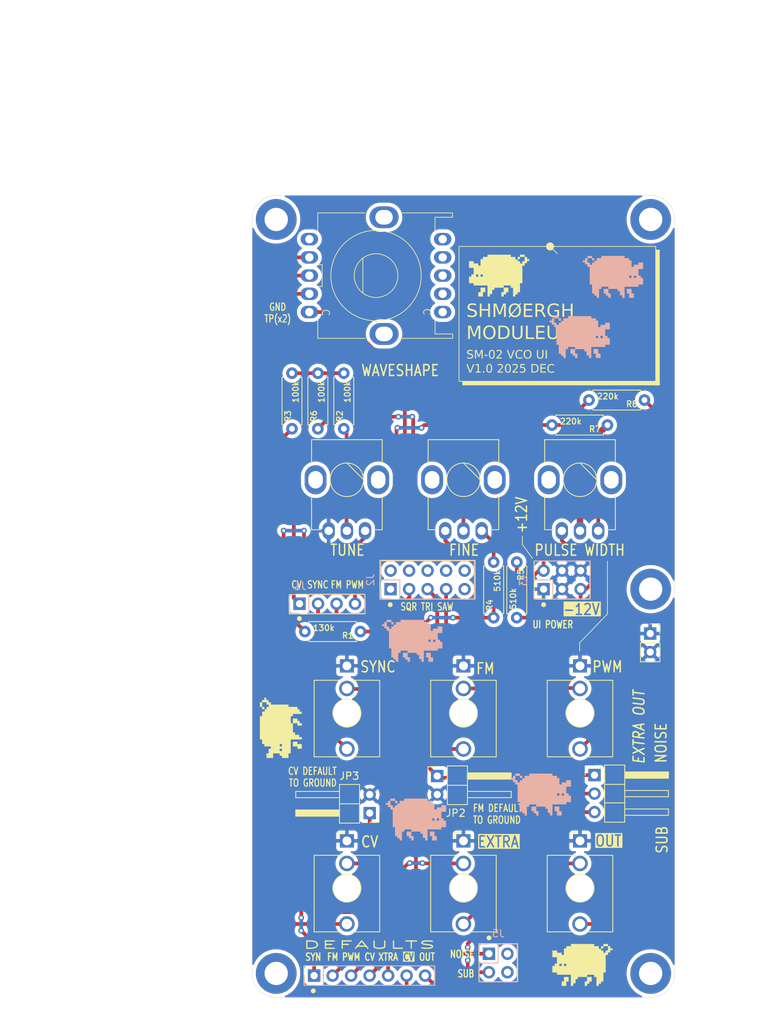
<source format=kicad_pcb>
(kicad_pcb (version 20241229) (generator "pcbnew") (generator_version "9.0")
  (layers (0 "F.Cu" signal) (2 "B.Cu" signal) (13 "F.Paste" user) (15 "B.Paste" user) (5 "F.SilkS" user "F.Silkscreen") (7 "B.SilkS" user "B.Silkscreen") (1 "F.Mask" user) (3 "B.Mask" user) (25 "Edge.Cuts" user))
  (net 0 "")
  (net 1 "HARD_SYNC")
  (net 2 "FM")
  (net 3 "CV")
  (net 4 "SQR_SHAPE")
  (net 7 "TRI")
  (net 9 "SAW")
  (net 11 "SQR")
  (net 12 "+12V")
  (net 13 "GND")
  (net 14 "-12V")
  (net 15 "NOISE")
  (net 16 "SUB")
  (net 17 "Net-(JP1-C)")
  (net 18 "CV_INPUT")
  (net 19 "EXTRA_DEFAULT")
  (net 20 "OUT_DEFAULT")
  (net 21 "Net-(J_OUT1-PadT)")
  (net 22 "Net-(J_PWM1-PadT)")
  (net 23 "Net-(R1-Pad2)")
  (net 24 "Net-(R2-Pad1)")
  (net 25 "Net-(R4-Pad2)")
  (net 26 "Net-(R5-Pad1)")
  (net 27 "Net-(R6-Pad1)")
  (net 28 "Net-(R7-Pad1)")
  (net 35 "FM_DEFAULT")
  (net 36 "SYNC_DEFAULT")
  (net 37 "PWM_DEFAULT")
  (net 38 "CV_DEFAULT")
  (footprint "Shmoergh_Custom_Footprints:SR1712-0203" (layer "F.Cu") (at 141 55 -90)
    (property "Reference" "U1")
    (property "Value" "0203")
    (fp_text user "C" (at 4.5 7.5 270) (layer "F.SilkS") (effects (font (thickness 0.1)) (justify left bottom)))
    (fp_text user "C" (at 4.4 -6.4 270) (layer "F.SilkS") (effects (font (thickness 0.1)) (justify left bottom)))
    (pad "" thru_hole oval (at -8 -1.1 90) (size 3 4) (drill oval 2 2.4) (layers "*.Cu" "*.Mask"))
    (pad "" thru_hole oval (at 8 -1.1 90) (size 3 4) (drill oval 2 2.4) (layers "*.Cu" "*.Mask"))
    (pad "1" thru_hole oval (at 5 9.15 90) (size 1.7 2.4) (drill 1.15) (layers "*.Cu" "*.Mask") (net 21 "Net-(J_OUT1-PadT)"))
    (pad "2" thru_hole oval (at 2.5 9.15 90) (size 1.7 2.4) (drill 1.15) (layers "*.Cu" "*.Mask") (net 7 "TRI"))
    (pad "3" thru_hole oval (at 0 9.15 90) (size 1.7 2.4) (drill 1.15) (layers "*.Cu" "*.Mask") (net 9 "SAW"))
    (pad "4" thru_hole oval (at -2.5 9.15 90) (size 1.7 2.4) (drill 1.15) (layers "*.Cu" "*.Mask") (net 11 "SQR"))
    (pad "5" thru_hole oval (at -5 9.15 90) (size 1.7 2.4) (drill 1.15) (layers "*.Cu" "*.Mask"))
    (pad "6" thru_hole oval (at -5 -9.15 90) (size 1.7 2.4) (drill 1.15) (layers "*.Cu" "*.Mask"))
    (pad "7" thru_hole oval (at -2.5 -9.15 90) (size 1.7 2.4) (drill 1.15) (layers "*.Cu" "*.Mask"))
    (pad "8" thru_hole oval (at 0 -9.15 90) (size 1.7 2.4) (drill 1.15) (layers "*.Cu" "*.Mask"))
    (pad "9" thru_hole oval (at 2.5 -9.15 90) (size 1.7 2.4) (drill 1.15) (layers "*.Cu" "*.Mask"))
    (pad "10" thru_hole oval (at 5 -9.15 90) (size 1.7 2.4) (drill 1.15) (layers "*.Cu" "*.Mask"))
  )
  (footprint "Connector_PinHeader_2.54mm:PinHeader_1x02_P2.54mm_Horizontal" (layer "F.Cu") (at 140.129 128.709 180)
    (property "Reference" "JP3" (at 2.794 5.08 0) (layer "F.SilkS"))
    (property "Value" "Jumper_2_Open")
    (pad "1" thru_hole rect (at 0 0 180) (size 1.7 1.7) (drill 1) (layers "*.Cu" "*.Mask") (net 38 "CV_DEFAULT"))
    (pad "2" thru_hole circle (at 0 2.54 180) (size 1.7 1.7) (drill 1) (layers "*.Cu" "*.Mask") (net 13 "GND"))
  )
  (footprint "Shmoergh_Custom_Footprints:Jack_3.5mm_QingPu_WQP-PJ398SM_Vertical_CircularHoles" (layer "F.Cu") (at 153 115)
    (property "Reference" "J_FM1")
    (property "Value" "PJ398SM")
    (pad "" np_thru_hole circle (at 0 0) (size 3.4 3.4) (drill 3.4) (layers "*.Cu" "*.Mask"))
    (pad "S" thru_hole rect (at 0 -6.48 180) (size 1.93 1.83) (drill 1.22) (layers "*.Cu" "*.Mask") (net 13 "GND"))
    (pad "T" thru_hole circle (at 0 4.92 180) (size 2.13 2.13) (drill 1.43) (layers "*.Cu" "*.Mask") (net 2 "FM"))
    (pad "TN" thru_hole circle (at 0 -3.38 180) (size 2.13 2.13) (drill 1.42) (layers "*.Cu" "*.Mask") (net 35 "FM_DEFAULT"))
  )
  (footprint "Connector_PinHeader_2.54mm:PinHeader_1x02_P2.54mm_Horizontal" (layer "F.Cu") (at 149.4 123.629)
    (property "Reference" "JP2" (at 2.54 5.08 0) (layer "F.SilkS"))
    (property "Value" "Jumper_2_Open")
    (pad "1" thru_hole rect (at 0 0) (size 1.7 1.7) (drill 1) (layers "*.Cu" "*.Mask") (net 35 "FM_DEFAULT"))
    (pad "2" thru_hole circle (at 0 2.54) (size 1.7 1.7) (drill 1) (layers "*.Cu" "*.Mask") (net 13 "GND"))
  )
  (footprint "Connector_PinSocket_2.54mm:PinSocket_1x02_P2.54mm_Vertical" (layer "F.Cu") (at 178.635 104.091)
    (property "Reference" "J4")
    (property "Value" "Conn_01x02")
    (pad "1" thru_hole rect (at 0 0) (size 1.7 1.7) (drill 1) (layers "*.Cu" "*.Mask") (net 13 "GND"))
    (pad "2" thru_hole circle (at 0 2.54) (size 1.7 1.7) (drill 1) (layers "*.Cu" "*.Mask") (net 13 "GND"))
  )
  (footprint "Shmoergh_Custom_Footprints:Jack_3.5mm_QingPu_WQP-PJ398SM_Vertical_CircularHoles" (layer "F.Cu") (at 153 139)
    (property "Reference" "J_EXTRA_OUT1")
    (property "Value" "PJ398SM")
    (pad "" np_thru_hole circle (at 0 0) (size 3.4 3.4) (drill 3.4) (layers "*.Cu" "*.Mask"))
    (pad "S" thru_hole rect (at 0 -6.48 180) (size 1.93 1.83) (drill 1.22) (layers "*.Cu" "*.Mask") (net 13 "GND"))
    (pad "T" thru_hole circle (at 0 4.92 180) (size 2.13 2.13) (drill 1.43) (layers "*.Cu" "*.Mask") (net 17 "Net-(JP1-C)"))
    (pad "TN" thru_hole circle (at 0 -3.38 180) (size 2.13 2.13) (drill 1.42) (layers "*.Cu" "*.Mask") (net 19 "EXTRA_DEFAULT"))
  )
  (footprint "MountingHole:MountingHole_3.2mm_M3_DIN965_Pad" (layer "F.Cu") (at 178.7 47.3)
    (property "Reference" "H2")
    (property "Value" "MountingHole")
    (pad "1" thru_hole circle (at 0 0) (size 5.6 5.6) (drill 3.2) (layers "*.Cu" "*.Mask"))
  )
  (footprint "Shmoergh_Custom_Footprints:Jack_3.5mm_QingPu_WQP-PJ398SM_Vertical_CircularHoles" (layer "F.Cu") (at 137 139)
    (property "Reference" "J_CV1")
    (property "Value" "PJ398SM")
    (pad "" np_thru_hole circle (at 0 0) (size 3.4 3.4) (drill 3.4) (layers "*.Cu" "*.Mask"))
    (pad "S" thru_hole rect (at 0 -6.48 180) (size 1.93 1.83) (drill 1.22) (layers "*.Cu" "*.Mask") (net 13 "GND"))
    (pad "T" thru_hole circle (at 0 4.92 180) (size 2.13 2.13) (drill 1.43) (layers "*.Cu" "*.Mask") (net 18 "CV_INPUT"))
    (pad "TN" thru_hole circle (at 0 -3.38 180) (size 2.13 2.13) (drill 1.42) (layers "*.Cu" "*.Mask") (net 38 "CV_DEFAULT"))
  )
  (footprint "MountingHole:MountingHole_3.2mm_M3_DIN965_Pad" (layer "F.Cu") (at 178.7 150.7)
    (property "Reference" "H3")
    (property "Value" "MountingHole")
    (pad "1" thru_hole circle (at 0 0) (size 5.6 5.6) (drill 3.2) (layers "*.Cu" "*.Mask"))
  )
  (footprint "Shmoergh_Custom_Footprints:Jack_3.5mm_QingPu_WQP-PJ398SM_Vertical_CircularHoles" (layer "F.Cu") (at 169 115)
    (property "Reference" "J_PWM1")
    (property "Value" "PJ398SM")
    (pad "" np_thru_hole circle (at 0 0) (size 3.4 3.4) (drill 3.4) (layers "*.Cu" "*.Mask"))
    (pad "S" thru_hole rect (at 0 -6.48 180) (size 1.93 1.83) (drill 1.22) (layers "*.Cu" "*.Mask") (net 13 "GND"))
    (pad "T" thru_hole circle (at 0 4.92 180) (size 2.13 2.13) (drill 1.43) (layers "*.Cu" "*.Mask") (net 22 "Net-(J_PWM1-PadT)"))
    (pad "TN" thru_hole circle (at 0 -3.38 180) (size 2.13 2.13) (drill 1.42) (layers "*.Cu" "*.Mask") (net 37 "PWM_DEFAULT"))
  )
  (footprint "Shmoergh_Custom_Footprints:R_Axial_DIN0207_L6.3mm_D2.5mm_P7.62mm_Horizontal" (layer "F.Cu") (at 136.573 76.004 90)
    (property "Reference" "R2" (at 0.85 -0.55 90) (layer "F.SilkS") (effects (font (size 0.8 0.8)) (justify left)))
    (property "Value" "100k" (at 6.6 0.5 90) (layer "F.SilkS") (effects (font (size 0.8 0.8)) (justify right)))
    (pad "1" thru_hole circle (at 0 0 90) (size 1.6 1.6) (drill 0.8) (layers "*.Cu" "*.Mask") (net 24 "Net-(R2-Pad1)"))
    (pad "2" thru_hole oval (at 7.62 0 90) (size 1.6 1.6) (drill 0.8) (layers "*.Cu" "*.Mask") (net 3 "CV"))
  )
  (footprint "Shmoergh_Logo:Gyeszno" (layer "F.Cu") (at 169.339 149.537)
    (property "Reference" "G***" (hide yes))
    (property "Value" "LOGO" (hide yes))
  )
  (footprint "Shmoergh_Custom_Footprints:Jack_3.5mm_QingPu_WQP-PJ398SM_Vertical_CircularHoles" (layer "F.Cu") (at 169 139)
    (property "Reference" "J_OUT1")
    (property "Value" "PJ398SM")
    (pad "" np_thru_hole circle (at 0 0) (size 3.4 3.4) (drill 3.4) (layers "*.Cu" "*.Mask"))
    (pad "S" thru_hole rect (at 0 -6.48 180) (size 1.93 1.83) (drill 1.22) (layers "*.Cu" "*.Mask") (net 13 "GND"))
    (pad "T" thru_hole circle (at 0 4.92 180) (size 2.13 2.13) (drill 1.43) (layers "*.Cu" "*.Mask") (net 21 "Net-(J_OUT1-PadT)"))
    (pad "TN" thru_hole circle (at 0 -3.38 180) (size 2.13 2.13) (drill 1.42) (layers "*.Cu" "*.Mask") (net 20 "OUT_DEFAULT"))
  )
  (footprint "MountingHole:MountingHole_3.2mm_M3_DIN965_Pad" (layer "F.Cu") (at 127.3 47.3)
    (property "Reference" "H1")
    (property "Value" "MountingHole")
    (pad "1" thru_hole circle (at 0 0) (size 5.6 5.6) (drill 3.2) (layers "*.Cu" "*.Mask"))
  )
  (footprint "MountingHole:MountingHole_3.2mm_M3_DIN965_Pad" (layer "F.Cu") (at 127.3 150.7)
    (property "Reference" "H4")
    (property "Value" "MountingHole")
    (pad "1" thru_hole circle (at 0 0) (size 5.6 5.6) (drill 3.2) (layers "*.Cu" "*.Mask"))
  )
  (footprint "Shmoergh_Custom_Footprints:R_Axial_DIN0207_L6.3mm_D2.5mm_P7.62mm_Horizontal" (layer "F.Cu") (at 160.322 94.292 -90)
    (property "Reference" "R5" (at 0.85 -0.55 90) (layer "F.SilkS") (effects (font (size 0.8 0.8)) (justify right)))
    (property "Value" "510k" (at 6.6 0.5 90) (layer "F.SilkS") (effects (font (size 0.8 0.8)) (justify left)))
    (pad "1" thru_hole circle (at 0 0 270) (size 1.6 1.6) (drill 0.8) (layers "*.Cu" "*.Mask") (net 26 "Net-(R5-Pad1)"))
    (pad "2" thru_hole oval (at 7.62 0 270) (size 1.6 1.6) (drill 0.8) (layers "*.Cu" "*.Mask") (net 14 "-12V"))
  )
  (footprint "Shmoergh_Logo:Gyeszno" (layer "F.Cu") (at 157.894 55)
    (property "Reference" "G***" (hide yes))
    (property "Value" "LOGO" (hide yes))
  )
  (footprint "Shmoergh_Custom_Footprints:Potentiometer_Bourns_Single-PTV09A" (layer "F.Cu") (at 169 83)
    (property "Reference" "RV_PWM1")
    (property "Value" "100k")
    (pad "" thru_hole oval (at -4.3 0 180) (size 3 4) (drill oval 2 2.4) (layers "*.Cu" "*.Mask"))
    (pad "" thru_hole oval (at 4.3 0 180) (size 3 4) (drill oval 2 2.4) (layers "*.Cu" "*.Mask"))
    (pad "1" thru_hole oval (at -2.5 7 180) (size 1.7 2.4) (drill 1.15) (layers "*.Cu" "*.Mask") (net 14 "-12V"))
    (pad "2" thru_hole oval (at 0 7 180) (size 1.7 2.4) (drill 1.15) (layers "*.Cu" "*.Mask") (net 28 "Net-(R7-Pad1)"))
    (pad "3" thru_hole oval (at 2.5 7 180) (size 1.7 2.4) (drill 1.15) (layers "*.Cu" "*.Mask") (net 12 "+12V"))
  )
  (footprint "Shmoergh_Custom_Footprints:R_Axial_DIN0207_L6.3mm_D2.5mm_P7.62mm_Horizontal" (layer "F.Cu") (at 133.017 76.004 90)
    (property "Reference" "R6" (at 0.85 -0.55 90) (layer "F.SilkS") (effects (font (size 0.8 0.8)) (justify left)))
    (property "Value" "100k" (at 6.6 0.5 90) (layer "F.SilkS") (effects (font (size 0.8 0.8)) (justify right)))
    (pad "1" thru_hole circle (at 0 0 90) (size 1.6 1.6) (drill 0.8) (layers "*.Cu" "*.Mask") (net 27 "Net-(R6-Pad1)"))
    (pad "2" thru_hole oval (at 7.62 0 90) (size 1.6 1.6) (drill 0.8) (layers "*.Cu" "*.Mask") (net 3 "CV"))
  )
  (footprint "Shmoergh_Custom_Footprints:Potentiometer_Bourns_Single-PTV09A" (layer "F.Cu") (at 137 83)
    (property "Reference" "RV_TUNE1")
    (property "Value" "100k")
    (pad "" thru_hole oval (at -4.3 0 180) (size 3 4) (drill oval 2 2.4) (layers "*.Cu" "*.Mask"))
    (pad "" thru_hole oval (at 4.3 0 180) (size 3 4) (drill oval 2 2.4) (layers "*.Cu" "*.Mask"))
    (pad "1" thru_hole oval (at -2.5 7 180) (size 1.7 2.4) (drill 1.15) (layers "*.Cu" "*.Mask") (net 13 "GND"))
    (pad "2" thru_hole oval (at 0 7 180) (size 1.7 2.4) (drill 1.15) (layers "*.Cu" "*.Mask") (net 24 "Net-(R2-Pad1)"))
    (pad "3" thru_hole oval (at 2.5 7 180) (size 1.7 2.4) (drill 1.15) (layers "*.Cu" "*.Mask") (net 23 "Net-(R1-Pad2)"))
  )
  (footprint "Shmoergh_Custom_Footprints:R_Axial_DIN0207_L6.3mm_D2.5mm_P7.62mm_Horizontal" (layer "F.Cu") (at 129.461 76.004 90)
    (property "Reference" "R3" (at 0.85 -0.55 90) (layer "F.SilkS") (effects (font (size 0.8 0.8)) (justify left)))
    (property "Value" "100k" (at 6.6 0.5 90) (layer "F.SilkS") (effects (font (size 0.8 0.8)) (justify right)))
    (pad "1" thru_hole circle (at 0 0 90) (size 1.6 1.6) (drill 0.8) (layers "*.Cu" "*.Mask") (net 18 "CV_INPUT"))
    (pad "2" thru_hole oval (at 7.62 0 90) (size 1.6 1.6) (drill 0.8) (layers "*.Cu" "*.Mask") (net 3 "CV"))
  )
  (footprint "Shmoergh_Custom_Footprints:Potentiometer_Bourns_Single-PTV09A" (layer "F.Cu") (at 153 83)
    (property "Reference" "RV_FINE1")
    (property "Value" "100k")
    (pad "" thru_hole oval (at -4.3 0 180) (size 3 4) (drill oval 2 2.4) (layers "*.Cu" "*.Mask"))
    (pad "" thru_hole oval (at 4.3 0 180) (size 3 4) (drill oval 2 2.4) (layers "*.Cu" "*.Mask"))
    (pad "1" thru_hole oval (at -2.5 7 180) (size 1.7 2.4) (drill 1.15) (layers "*.Cu" "*.Mask") (net 26 "Net-(R5-Pad1)"))
    (pad "2" thru_hole oval (at 0 7 180) (size 1.7 2.4) (drill 1.15) (layers "*.Cu" "*.Mask") (net 27 "Net-(R6-Pad1)"))
    (pad "3" thru_hole oval (at 2.5 7 180) (size 1.7 2.4) (drill 1.15) (layers "*.Cu" "*.Mask") (net 25 "Net-(R4-Pad2)"))
  )
  (footprint "Shmoergh_Custom_Footprints:R_Axial_DIN0207_L6.3mm_D2.5mm_P7.62mm_Horizontal" (layer "F.Cu") (at 138.859 103.817 180)
    (property "Reference" "R1" (at 0.85 -0.55 0) (layer "F.SilkS") (effects (font (size 0.8 0.8)) (justify right)))
    (property "Value" "130k" (at 6.6 0.5 0) (layer "F.SilkS") (effects (font (size 0.8 0.8)) (justify left)))
    (pad "1" thru_hole circle (at 0 0 180) (size 1.6 1.6) (drill 0.8) (layers "*.Cu" "*.Mask") (net 12 "+12V"))
    (pad "2" thru_hole oval (at 7.62 0 180) (size 1.6 1.6) (drill 0.8) (layers "*.Cu" "*.Mask") (net 23 "Net-(R1-Pad2)"))
  )
  (footprint "Shmoergh_Custom_Footprints:R_Axial_DIN0207_L6.3mm_D2.5mm_P7.62mm_Horizontal" (layer "F.Cu") (at 172.768 75.496 180)
    (property "Reference" "R7" (at 0.85 -0.55 0) (layer "F.SilkS") (effects (font (size 0.8 0.8)) (justify right)))
    (property "Value" "220k" (at 6.6 0.5 0) (layer "F.SilkS") (effects (font (size 0.8 0.8)) (justify left)))
    (pad "1" thru_hole circle (at 0 0 180) (size 1.6 1.6) (drill 0.8) (layers "*.Cu" "*.Mask") (net 28 "Net-(R7-Pad1)"))
    (pad "2" thru_hole oval (at 7.62 0 180) (size 1.6 1.6) (drill 0.8) (layers "*.Cu" "*.Mask") (net 4 "SQR_SHAPE"))
  )
  (footprint "MountingHole:MountingHole_3.2mm_M3_DIN965_Pad" (layer "F.Cu") (at 178.7 98)
    (property "Reference" "H5")
    (property "Value" "MountingHole")
    (pad "1" thru_hole circle (at 0 0) (size 5.6 5.6) (drill 3.2) (layers "*.Cu" "*.Mask"))
  )
  (footprint "Shmoergh_Custom_Footprints:R_Axial_DIN0207_L6.3mm_D2.5mm_P7.62mm_Horizontal" (layer "F.Cu") (at 157.147 101.912 90)
    (property "Reference" "R4" (at 0.85 -0.55 90) (layer "F.SilkS") (effects (font (size 0.8 0.8)) (justify left)))
    (property "Value" "510k" (at 6.6 0.5 90) (layer "F.SilkS") (effects (font (size 0.8 0.8)) (justify right)))
    (pad "1" thru_hole circle (at 0 0 90) (size 1.6 1.6) (drill 0.8) (layers "*.Cu" "*.Mask") (net 12 "+12V"))
    (pad "2" thru_hole oval (at 7.62 0 90) (size 1.6 1.6) (drill 0.8) (layers "*.Cu" "*.Mask") (net 25 "Net-(R4-Pad2)"))
  )
  (footprint "Shmoergh_Custom_Footprints:Jack_3.5mm_QingPu_WQP-PJ398SM_Vertical_CircularHoles" (layer "F.Cu") (at 137 115)
    (property "Reference" "J_SYNC1")
    (property "Value" "PJ398SM")
    (pad "" np_thru_hole circle (at 0 0) (size 3.4 3.4) (drill 3.4) (layers "*.Cu" "*.Mask"))
    (pad "S" thru_hole rect (at 0 -6.48 180) (size 1.93 1.83) (drill 1.22) (layers "*.Cu" "*.Mask") (net 13 "GND"))
    (pad "T" thru_hole circle (at 0 4.92 180) (size 2.13 2.13) (drill 1.43) (layers "*.Cu" "*.Mask") (net 1 "HARD_SYNC"))
    (pad "TN" thru_hole circle (at 0 -3.38 180) (size 2.13 2.13) (drill 1.42) (layers "*.Cu" "*.Mask") (net 36 "SYNC_DEFAULT"))
  )
  (footprint "Shmoergh_Logo:Gyeszno" (layer "F.Cu") (at 127.937 117.025 90)
    (property "Reference" "G***" (hide yes))
    (property "Value" "LOGO" (hide yes))
  )
  (footprint "Shmoergh_Custom_Footprints:R_Axial_DIN0207_L6.3mm_D2.5mm_P7.62mm_Horizontal" (layer "F.Cu") (at 177.848 72.067 180)
    (property "Reference" "R8" (at 0.85 -0.55 0) (layer "F.SilkS") (effects (font (size 0.8 0.8)) (justify right)))
    (property "Value" "220k" (at 6.6 0.5 0) (layer "F.SilkS") (effects (font (size 0.8 0.8)) (justify left)))
    (pad "1" thru_hole circle (at 0 0 180) (size 1.6 1.6) (drill 0.8) (layers "*.Cu" "*.Mask") (net 22 "Net-(J_PWM1-PadT)"))
    (pad "2" thru_hole oval (at 7.62 0 180) (size 1.6 1.6) (drill 0.8) (layers "*.Cu" "*.Mask") (net 4 "SQR_SHAPE"))
  )
  (footprint "Connector_PinHeader_2.54mm:PinHeader_1x03_P2.54mm_Horizontal" (layer "F.Cu") (at 170.99 123.502)
    (property "Reference" "JP1")
    (property "Value" "Jumper_3_Open")
    (pad "1" thru_hole rect (at 0 0) (size 1.7 1.7) (drill 1) (layers "*.Cu" "*.Mask") (net 15 "NOISE"))
    (pad "2" thru_hole circle (at 0 2.54) (size 1.7 1.7) (drill 1) (layers "*.Cu" "*.Mask") (net 17 "Net-(JP1-C)"))
    (pad "3" thru_hole circle (at 0 5.08) (size 1.7 1.7) (drill 1) (layers "*.Cu" "*.Mask") (net 16 "SUB"))
  )
  (footprint "Shmoergh_Logo:Gyeszno" (layer "B.Cu") (at 146.479 129.598 180)
    (property "Reference" "G***" (hide yes))
    (property "Value" "LOGO" (hide yes))
  )
  (footprint "Connector_PinSocket_2.54mm:PinSocket_1x04_P2.54mm_Vertical" (layer "B.Cu") (at 130.5 100 -90)
    (property "Reference" "J1" (at -2.406 -0.104 0) (layer "B.SilkS") (effects (justify mirror)))
    (property "Value" "Conn_01x04")
    (pad "1" thru_hole rect (at 0 0 270) (size 1.7 1.7) (drill 1) (layers "*.Cu" "*.Mask") (net 3 "CV"))
    (pad "2" thru_hole circle (at 0 -2.54 270) (size 1.7 1.7) (drill 1) (layers "*.Cu" "*.Mask") (net 1 "HARD_SYNC"))
    (pad "3" thru_hole circle (at 0 -5.08 270) (size 1.7 1.7) (drill 1) (layers "*.Cu" "*.Mask") (net 2 "FM"))
    (pad "4" thru_hole circle (at 0 -7.62 270) (size 1.7 1.7) (drill 1) (layers "*.Cu" "*.Mask") (net 4 "SQR_SHAPE"))
  )
  (footprint "Connector_PinSocket_2.54mm:PinSocket_2x03_P2.54mm_Vertical" (layer "B.Cu") (at 164 98 -90)
    (property "Reference" "J3" (at -1.27 2.77 90) (layer "B.SilkS") (effects (justify mirror)))
    (property "Value" "Conn_02x03_Odd_Even")
    (pad "1" thru_hole rect (at 0 0 270) (size 1.7 1.7) (drill 1) (layers "*.Cu" "*.Mask") (net 13 "GND"))
    (pad "2" thru_hole circle (at -2.54 0 270) (size 1.7 1.7) (drill 1) (layers "*.Cu" "*.Mask") (net 12 "+12V"))
    (pad "3" thru_hole circle (at 0 -2.54 270) (size 1.7 1.7) (drill 1) (layers "*.Cu" "*.Mask") (net 13 "GND"))
    (pad "4" thru_hole circle (at -2.54 -2.54 270) (size 1.7 1.7) (drill 1) (layers "*.Cu" "*.Mask") (net 13 "GND"))
    (pad "5" thru_hole circle (at 0 -5.08 270) (size 1.7 1.7) (drill 1) (layers "*.Cu" "*.Mask") (net 14 "-12V"))
    (pad "6" thru_hole circle (at -2.54 -5.08 270) (size 1.7 1.7) (drill 1) (layers "*.Cu" "*.Mask") (net 13 "GND"))
  )
  (footprint "Connector_PinSocket_2.54mm:PinSocket_1x07_P2.54mm_Vertical" (layer "B.Cu") (at 132.5 151 -90)
    (property "Reference" "J6")
    (property "Value" "Conn_01x07")
    (pad "1" thru_hole rect (at 0 0 270) (size 1.7 1.7) (drill 1) (layers "*.Cu" "*.Mask") (net 36 "SYNC_DEFAULT"))
    (pad "2" thru_hole circle (at 0 -2.54 270) (size 1.7 1.7) (drill 1) (layers "*.Cu" "*.Mask") (net 35 "FM_DEFAULT"))
    (pad "3" thru_hole circle (at 0 -5.08 270) (size 1.7 1.7) (drill 1) (layers "*.Cu" "*.Mask") (net 37 "PWM_DEFAULT"))
    (pad "4" thru_hole circle (at 0 -7.62 270) (size 1.7 1.7) (drill 1) (layers "*.Cu" "*.Mask") (net 38 "CV_DEFAULT"))
    (pad "5" thru_hole circle (at 0 -10.16 270) (size 1.7 1.7) (drill 1) (layers "*.Cu" "*.Mask") (net 19 "EXTRA_DEFAULT"))
    (pad "6" thru_hole circle (at 0 -12.7 270) (size 1.7 1.7) (drill 1) (layers "*.Cu" "*.Mask") (net 18 "CV_INPUT"))
    (pad "7" thru_hole circle (at 0 -15.24 270) (size 1.7 1.7) (drill 1) (layers "*.Cu" "*.Mask") (net 20 "OUT_DEFAULT"))
  )
  (footprint "Shmoergh_Logo:Gyeszno" (layer "B.Cu") (at 163.624 126.169 180)
    (property "Reference" "G***" (hide yes))
    (property "Value" "LOGO" (hide yes))
  )
  (footprint "Shmoergh_Logo:Gyeszno" (layer "B.Cu") (at 168.958 63.431 180)
    (property "Reference" "G***" (hide yes))
    (property "Value" "LOGO" (hide yes))
  )
  (footprint "Connector_PinSocket_2.54mm:PinSocket_2x02_P2.54mm_Vertical" (layer "B.Cu") (at 156.5 148 180)
    (property "Reference" "J5" (at -1.27 2.77 0) (layer "B.SilkS") (effects (justify mirror)))
    (property "Value" "Conn_02x02_Counter_Clockwise")
    (pad "1" thru_hole rect (at 0 0 180) (size 1.7 1.7) (drill 1) (layers "*.Cu" "*.Mask") (net 15 "NOISE"))
    (pad "2" thru_hole circle (at -2.54 0 180) (size 1.7 1.7) (drill 1) (layers "*.Cu" "*.Mask"))
    (pad "3" thru_hole circle (at 0 -2.54 180) (size 1.7 1.7) (drill 1) (layers "*.Cu" "*.Mask") (net 16 "SUB"))
    (pad "4" thru_hole circle (at -2.54 -2.54 180) (size 1.7 1.7) (drill 1) (layers "*.Cu" "*.Mask"))
  )
  (footprint "Shmoergh_Logo:Gyeszno" (layer "B.Cu") (at 173.53 55.176 180)
    (property "Reference" "G***" (hide yes))
    (property "Value" "LOGO" (hide yes))
  )
  (footprint "Connector_PinSocket_2.54mm:PinSocket_2x05_P2.54mm_Vertical" (layer "B.Cu") (at 143 98 -90)
    (property "Reference" "J2" (at -1.27 2.77 90) (layer "B.SilkS") (effects (justify mirror)))
    (property "Value" "Conn_02x05_Odd_Even")
    (pad "1" thru_hole rect (at 0 0 270) (size 1.7 1.7) (drill 1) (layers "*.Cu" "*.Mask"))
    (pad "2" thru_hole circle (at -2.54 0 270) (size 1.7 1.7) (drill 1) (layers "*.Cu" "*.Mask"))
    (pad "3" thru_hole circle (at 0 -2.54 270) (size 1.7 1.7) (drill 1) (layers "*.Cu" "*.Mask") (net 11 "SQR"))
    (pad "4" thru_hole circle (at -2.54 -2.54 270) (size 1.7 1.7) (drill 1) (layers "*.Cu" "*.Mask"))
    (pad "5" thru_hole circle (at 0 -5.08 270) (size 1.7 1.7) (drill 1) (layers "*.Cu" "*.Mask") (net 7 "TRI"))
    (pad "6" thru_hole circle (at -2.54 -5.08 270) (size 1.7 1.7) (drill 1) (layers "*.Cu" "*.Mask"))
    (pad "7" thru_hole circle (at 0 -7.62 270) (size 1.7 1.7) (drill 1) (layers "*.Cu" "*.Mask") (net 9 "SAW"))
    (pad "8" thru_hole circle (at -2.54 -7.62 270) (size 1.7 1.7) (drill 1) (layers "*.Cu" "*.Mask"))
    (pad "9" thru_hole circle (at 0 -10.16 270) (size 1.7 1.7) (drill 1) (layers "*.Cu" "*.Mask"))
    (pad "10" thru_hole circle (at -2.54 -10.16 270) (size 1.7 1.7) (drill 1) (layers "*.Cu" "*.Mask"))
  )
  (footprint "Shmoergh_Logo:Gyeszno" (layer "B.Cu") (at 145.971 105.087 180)
    (property "Reference" "G***" (hide yes))
    (property "Value" "LOGO" (hide yes))
  )
  (gr_rect (start 131.112 149.664) (end 149.019 152.331) (stroke (width 0.1)) (fill no) (layer "F.SilkS"))
  (gr_circle (center 142.952981 100.134) (end 143.206981 100.261) (stroke (width 0.1)) (fill yes) (layer "F.SilkS"))
  (gr_line (start 172.768 94.165) (end 172.768 101.404) (stroke (width 0.1)) (layer "F.SilkS"))
  (gr_line (start 172.768 101.404) (end 168.958 105.341) (stroke (width 0.1)) (layer "F.SilkS"))
  (gr_rect (start 162.735 94.165) (end 170.355 99.372) (stroke (width 0.1)) (fill no) (layer "F.SilkS"))
  (gr_rect (start 152.894 69.5) (end 179.894 70) (stroke (width 0.1)) (fill yes) (layer "F.SilkS"))
  (gr_line (start 161.084 90.736) (end 161.084 91.879) (stroke (width 0.1)) (layer "F.SilkS"))
  (gr_line (start 165.894 52) (end 164.894 51) (stroke (width 0.1)) (layer "F.SilkS"))
  (gr_rect (start 129.08 98.737) (end 139.494 101.404) (stroke (width 0.1)) (fill no) (layer "F.SilkS"))
  (gr_line (start 161.084 91.879) (end 162.481 93.784) (stroke (width 0.1)) (layer "F.SilkS"))
  (gr_rect (start 141.526 94.038) (end 154.607 99.372) (stroke (width 0.1)) (fill no) (layer "F.SilkS"))
  (gr_circle (center 132.382 153.093) (end 132.636 153.22) (stroke (width 0.1)) (fill yes) (layer "F.SilkS"))
  (gr_line (start 168.958 105.341) (end 168.958 106.484) (stroke (width 0.1)) (layer "F.SilkS"))
  (gr_rect (start 179.394 51.5) (end 179.894 70) (stroke (width 0.1)) (fill yes) (layer "F.SilkS"))
  (gr_circle (center 164.005 100.134) (end 164.259 100.261) (stroke (width 0.1)) (fill yes) (layer "F.SilkS"))
  (gr_rect (start 152.394 51) (end 179.394 69.5) (stroke (width 0.1)) (fill no) (layer "F.SilkS"))
  (gr_rect (start 155.115 146.616) (end 160.449 151.823) (stroke (width 0.1)) (fill no) (layer "F.SilkS"))
  (gr_circle (center 156.512 145.824019) (end 156.766 145.951019) (stroke (width 0.1)) (fill yes) (layer "F.SilkS"))
  (gr_circle (center 164.894 51) (end 164.894 50.5) (stroke (width 0.1)) (fill yes) (layer "F.SilkS"))
  (gr_circle (center 130.477 102.039) (end 130.731 102.166) (stroke (width 0.1)) (fill yes) (layer "F.SilkS"))
  (gr_line (start 178.7 154) (end 127.3 154) (stroke (width 0.05)) (layer "Edge.Cuts"))
  (gr_arc (start 182 150.7) (mid 181.033452 153.033452) (end 178.7 154) (stroke (width 0.05)) (layer "Edge.Cuts"))
  (gr_line (start 182 47.3) (end 182 150.7) (stroke (width 0.05)) (layer "Edge.Cuts"))
  (gr_line (start 127.3 44) (end 178.7 44) (stroke (width 0.05)) (layer "Edge.Cuts"))
  (gr_line (start 124 150.7) (end 124 47.3) (stroke (width 0.05)) (layer "Edge.Cuts"))
  (gr_arc (start 124 47.3) (mid 124.966548 44.966548) (end 127.3 44) (stroke (width 0.05)) (layer "Edge.Cuts"))
  (gr_arc (start 127.3 154) (mid 124.966548 153.033452) (end 124 150.7) (stroke (width 0.05)) (layer "Edge.Cuts"))
  (gr_arc (start 178.7 44) (mid 181.033452 44.966548) (end 182 47.3) (stroke (width 0.05)) (layer "Edge.Cuts"))
  (gr_text "SHMØERGH \nMODULEUR" (at 153.394 64 0) (layer "F.SilkS") (effects (font (size 1.8 1.8) (thickness 0.1)) (justify left bottom)))
  (gr_text "PWM" (at 138.097 97.975 0) (layer "F.SilkS") (effects (font (size 1 0.75) (thickness 0.15) (bold yes)) (justify bottom)))
  (gr_text "PWM" (at 172.768 109.532 0) (layer "F.SilkS") (effects (font (size 1.5 1.25) (thickness 0.2) (bold yes)) (justify bottom)))
  (gr_text "CV" (at 140.129 133.535 0) (layer "F.SilkS") (effects (font (size 1.5 1.25) (thickness 0.2) (bold yes)) (justify bottom)))
  (gr_text "DEFAULTS" (at 140.0655 147.378 0) (layer "F.SilkS") (effects (font (size 1 2.55) (thickness 0.17) (bold yes)) (justify bottom)))
  (gr_text "SUB" (at 153.337 151.315 0) (layer "F.SilkS") (effects (font (size 1 0.75) (thickness 0.17) (bold yes)) (justify bottom)))
  (gr_text "FM" (at 156.004 109.786 0) (layer "F.SilkS") (effects (font (size 1.5 1.25) (thickness 0.2) (bold yes)) (justify bottom)))
  (gr_text "PWM" (at 137.589 149.029 0) (layer "F.SilkS") (effects (font (size 1 0.75) (thickness 0.17) (bold yes)) (justify bottom)))
  (gr_text "CV" (at 140.129 149.029 0) (layer "F.SilkS") (effects (font (size 1 0.75) (thickness 0.17) (bold yes)) (justify bottom)))
  (gr_text "CV DEFAULT\nTO GROUND" (at 135.684 125.153 0) (layer "F.SilkS") (effects (font (size 1 0.75) (thickness 0.15) (bold yes)) (justify right bottom)))
  (gr_text "FINE" (at 153.083 93.53 0) (layer "F.SilkS") (effects (font (size 1.5 1.25) (thickness 0.2) (bold yes)) (justify bottom)))
  (gr_text "OUT" (at 148.003 149.029 0) (layer "F.SilkS") (effects (font (size 1 0.75) (thickness 0.17) (bold yes)) (justify bottom)))
  (gr_text "SUB" (at 181.14 130.36 90) (layer "F.SilkS") (effects (font (size 1.5 1.25) (thickness 0.2) (bold yes)) (justify right bottom)))
  (gr_text "PULSE WIDTH" (at 168.958 93.53 0) (layer "F.SilkS") (effects (font (size 1.5 1.25) (thickness 0.2) (bold yes)) (justify bottom)))
  (gr_text "FM" (at 135.049 149.029 0) (layer "F.SilkS") (effects (font (size 1 0.75) (thickness 0.17) (bold yes)) (justify bottom)))
  (gr_text "SQR" (at 145.5 101 0) (layer "F.SilkS") (effects (font (size 1 0.75) (thickness 0.15) (bold yes)) (justify bottom)))
  (gr_text "XTRA" (at 142.669 149.029 0) (layer "F.SilkS") (effects (font (size 1 0.75) (thickness 0.17) (bold yes)) (justify bottom)))
  (gr_text "NOISE" (at 181 121.978 90) (layer "F.SilkS") (effects (font (size 1.5 1.25) (thickness 0.2) (bold yes)) (justify left bottom)))
  (gr_text "UI POWER" (at 165.275 103.436 0) (layer "F.SilkS") (effects (font (size 1 0.75) (thickness 0.17) (bold yes)) (justify bottom)))
  (gr_text "TUNE" (at 137.081 93.53 0) (layer "F.SilkS") (effects (font (size 1.5 1.25) (thickness 0.2) (bold yes)) (justify bottom)))
  (gr_text "EXTRA OUT" (at 177.975 122.105 90) (layer "F.SilkS") (effects (font (size 1.5 1.25) (thickness 0.2) (bold yes) (italic yes)) (justify left bottom)))
  (gr_text "+12V" (at 161.846 87.815 90) (layer "F.SilkS") (effects (font (size 1.5 1.25) (thickness 0.2) (bold yes)) (justify bottom)))
  (gr_text "WAVESHAPE" (at 144.32 68.892 0) (layer "F.SilkS") (effects (font (size 1.5 1.25) (thickness 0.2) (bold yes)) (justify bottom)))
  (gr_text "OUT" (at 172.895 133.408 0) (layer "F.SilkS" knockout) (effects (font (size 1.5 1.25) (thickness 0.2) (bold yes)) (justify bottom)))
  (gr_text "SAW" (at 150.5 101 0) (layer "F.SilkS") (effects (font (size 1 0.75) (thickness 0.15) (bold yes)) (justify bottom)))
  (gr_text "EXTRA" (at 157.782 133.535 0) (layer "F.SilkS" knockout) (effects (font (size 1.5 1.25) (thickness 0.2) (bold yes)) (justify bottom)))
  (gr_text "SYNC" (at 141.272 109.532 0) (layer "F.SilkS") (effects (font (size 1.5 1.25) (thickness 0.2) (bold yes)) (justify bottom)))
  (gr_text "SYN" (at 132.382 149.029 0) (layer "F.SilkS") (effects (font (size 1 0.75) (thickness 0.17) (bold yes)) (justify bottom)))
  (gr_text "FM" (at 135.557 97.975 0) (layer "F.SilkS") (effects (font (size 1 0.75) (thickness 0.15) (bold yes)) (justify bottom)))
  (gr_text "CV" (at 145.463 149.029 0) (layer "F.SilkS" knockout) (effects (font (size 1 0.75) (thickness 0.17) (bold yes)) (justify bottom)))
  (gr_text "NOISE" (at 152.829 148.648 0) (layer "F.SilkS") (effects (font (size 1 0.75) (thickness 0.17) (bold yes)) (justify bottom)))
  (gr_text "SYNC" (at 133.017 97.975 0) (layer "F.SilkS") (effects (font (size 1 0.75) (thickness 0.15) (bold yes)) (justify bottom)))
  (gr_text "GND\nTP(x2)" (at 127.5 61.5 0) (layer "F.SilkS") (effects (font (size 1 0.75) (thickness 0.15) (bold yes)) (justify bottom)))
  (gr_text "-12V" (at 169.212 101.658 0) (layer "F.SilkS" knockout) (effects (font (size 1.5 1.25) (thickness 0.2) (bold yes)) (justify bottom)))
  (gr_text "FM DEFAULT\nTO GROUND" (at 154.226 130.233 0) (layer "F.SilkS") (effects (font (size 1 0.75) (thickness 0.15) (bold yes)) (justify left bottom)))
  (gr_text "TRI" (at 148 101 0) (layer "F.SilkS") (effects (font (size 1 0.75) (thickness 0.15) (bold yes)) (justify bottom)))
  (gr_text "SM-02 VCO UI \nV1.0 2025 DEC" (at 153.394 68.5 0) (layer "F.SilkS") (effects (font (size 1.15 1.15) (thickness 0.1)) (justify left bottom)))
  (gr_text "CV" (at 130.096 97.975 0) (layer "F.SilkS") (effects (font (size 1 0.75) (thickness 0.15) (bold yes)) (justify bottom)))
  (segment (start 133.04 115.96) (end 133.04 100) (width 0.508) (layer "F.Cu") (net 1))
  (segment (start 137 119.92) (end 133.04 115.96) (width 0.508) (layer "F.Cu") (net 1))
  (segment (start 148.358 119.92) (end 153 119.92) (width 0.508) (layer "F.Cu") (net 2))
  (segment (start 135.557 105.595) (end 136.192 106.23) (width 0.508) (layer "F.Cu") (net 2))
  (segment (start 146.606 107.881) (end 146.606 118.168) (width 0.508) (layer "F.Cu") (net 2))
  (segment (start 136.192 106.23) (end 144.955 106.23) (width 0.508) (layer "F.Cu") (net 2))
  (segment (start 135.557 104.117) (end 135.557 105.595) (width 0.508) (layer "F.Cu") (net 2))
  (segment (start 146.606 118.168) (end 148.358 119.92) (width 0.508) (layer "F.Cu") (net 2))
  (segment (start 135.58 104.094) (end 135.557 104.117) (width 0.508) (layer "F.Cu") (net 2))
  (segment (start 135.58 100) (end 135.58 104.094) (width 0.508) (layer "F.Cu") (net 2))
  (segment (start 144.955 106.23) (end 146.606 107.881) (width 0.508) (layer "F.Cu") (net 2))
  (segment (start 131.366 77.401) (end 131.366 68.384) (width 0.508) (layer "F.Cu") (net 3))
  (segment (start 131.366 78.29) (end 131.366 77.401) (width 0.508) (layer "F.Cu") (net 3))
  (segment (start 136.573 68.384) (end 133.017 68.384) (width 0.508) (layer "F.Cu") (net 3))
  (segment (start 129.715 99.215) (end 129.715 79.941) (width 0.508) (layer "F.Cu") (net 3))
  (segment (start 129.715 79.941) (end 131.366 78.29) (width 0.508) (layer "F.Cu") (net 3))
  (segment (start 130.5 100) (end 129.715 99.215) (width 0.508) (layer "F.Cu") (net 3))
  (segment (start 133.017 68.384) (end 131.366 68.384) (width 0.508) (layer "F.Cu") (net 3))
  (segment (start 131.366 68.384) (end 129.461 68.384) (width 0.508) (layer "F.Cu") (net 3))
  (segment (start 143.812 91.371) (end 143.05 92.133) (width 0.508) (layer "F.Cu") (net 4))
  (segment (start 147.241 75.877) (end 147.622 75.496) (width 0.508) (layer "F.Cu") (net 4))
  (segment (start 143.939 75.877) (end 143.812 76.004) (width 0.508) (layer "F.Cu") (net 4))
  (segment (start 166.799 75.496) (end 170.228 72.067) (width 0.508) (layer "F.Cu") (net 4))
  (segment (start 165.148 75.496) (end 166.799 75.496) (width 0.508) (layer "F.Cu") (net 4))
  (segment (start 143.05 92.133) (end 140.383 92.133) (width 0.508) (layer "F.Cu") (net 4))
  (segment (start 140.383 92.133) (end 138.12 94.396) (width 0.508) (layer "F.Cu") (net 4))
  (segment (start 138.12 94.396) (end 138.12 100) (width 0.508) (layer "F.Cu") (net 4))
  (segment (start 147.622 75.496) (end 165.148 75.496) (width 0.508) (layer "F.Cu") (net 4))
  (segment (start 143.812 76.004) (end 143.812 91.371) (width 0.508) (layer "F.Cu") (net 4))
  (via (at 147.241 75.877) (size 0.8) (drill 0.4) (layers "F.Cu" "B.Cu") (net 4))
  (via (at 143.939 75.877) (size 0.8) (drill 0.4) (layers "F.Cu" "B.Cu") (net 4))
  (segment (start 147.241 75.877) (end 143.939 75.877) (width 0.508) (layer "B.Cu") (net 4))
  (segment (start 168.45 105.976) (end 173.022 101.404) (width 0.508) (layer "F.Cu") (net 7))
  (segment (start 128.483 57.5) (end 131.85 57.5) (width 0.508) (layer "F.Cu") (net 7))
  (segment (start 149.4 99.36) (end 149.4 103.817) (width 0.508) (layer "F.Cu") (net 7))
  (segment (start 151.559 105.976) (end 168.45 105.976) (width 0.508) (layer "F.Cu") (net 7))
  (segment (start 139.367 63.812) (end 128.826 63.812) (width 0.508) (layer "F.Cu") (net 7))
  (segment (start 178.102 74.734) (end 171.244 67.876) (width 0.508) (layer "F.Cu") (net 7))
  (segment (start 127.556 58.351) (end 128.445 57.462) (width 0.508) (layer "F.Cu") (net 7))
  (segment (start 178.102 89.212) (end 178.102 74.734) (width 0.508) (layer "F.Cu") (net 7))
  (segment (start 171.244 67.876) (end 143.431 67.876) (width 0.508) (layer "F.Cu") (net 7))
  (segment (start 127.556 62.542) (end 127.556 58.351) (width 0.508) (layer "F.Cu") (net 7))
  (segment (start 128.826 63.812) (end 127.556 62.542) (width 0.508) (layer "F.Cu") (net 7))
  (segment (start 128.445 57.462) (end 128.483 57.5) (width 0.508) (layer "F.Cu") (net 7))
  (segment (start 149.4 103.817) (end 151.559 105.976) (width 0.508) (layer "F.Cu") (net 7))
  (segment (start 173.022 94.292) (end 178.102 89.212) (width 0.508) (layer "F.Cu") (net 7))
  (segment (start 173.022 101.404) (end 173.022 94.292) (width 0.508) (layer "F.Cu") (net 7))
  (segment (start 148.08 98.04) (end 149.4 99.36) (width 0.508) (layer "F.Cu") (net 7))
  (segment (start 143.431 67.876) (end 139.367 63.812) (width 0.508) (layer "F.Cu") (net 7))
  (segment (start 176.832 88.958) (end 176.832 74.861) (width 0.508) (layer "F.Cu") (net 9))
  (segment (start 143.05 69.273) (end 139.113 65.336) (width 0.508) (layer "F.Cu") (net 9))
  (segment (start 171.244 69.273) (end 143.05 69.273) (width 0.508) (layer "F.Cu") (net 9))
  (segment (start 126.286 56.192) (end 127.478 55) (width 0.508) (layer "F.Cu") (net 9))
  (segment (start 150.62 103.386) (end 152.194 104.96) (width 0.508) (layer "F.Cu") (net 9))
  (segment (start 126.286 64.066) (end 126.286 56.192) (width 0.508) (layer "F.Cu") (net 9))
  (segment (start 172.133 93.657) (end 176.832 88.958) (width 0.508) (layer "F.Cu") (net 9))
  (segment (start 139.113 65.336) (end 127.556 65.336) (width 0.508) (layer "F.Cu") (net 9))
  (segment (start 176.832 74.861) (end 171.244 69.273) (width 0.508) (layer "F.Cu") (net 9))
  (segment (start 172.133 100.642) (end 172.133 93.657) (width 0.508) (layer "F.Cu") (net 9))
  (segment (start 127.478 55) (end 131.85 55) (width 0.508) (layer "F.Cu") (net 9))
  (segment (start 127.556 65.336) (end 126.286 64.066) (width 0.508) (layer "F.Cu") (net 9))
  (segment (start 150.62 98.04) (end 150.62 103.386) (width 0.508) (layer "F.Cu") (net 9))
  (segment (start 167.815 104.96) (end 172.133 100.642) (width 0.508) (layer "F.Cu") (net 9))
  (segment (start 152.194 104.96) (end 167.815 104.96) (width 0.508) (layer "F.Cu") (net 9))
  (segment (start 145.59 98.09) (end 145.59 99.118) (width 0.508) (layer "F.Cu") (net 11))
  (segment (start 140.256 99.118) (end 140.256 93.657) (width 0.508) (layer "F.Cu") (net 11))
  (segment (start 140.256 93.657) (end 140.891 93.022) (width 0.508) (layer "F.Cu") (net 11))
  (segment (start 141.399 100.261) (end 140.256 99.118) (width 0.508) (layer "F.Cu") (net 11))
  (segment (start 144.955 72.956) (end 138.605 66.606) (width 0.508) (layer "F.Cu") (net 11))
  (segment (start 140.891 93.022) (end 143.558 93.022) (width 0.508) (layer "F.Cu") (net 11))
  (segment (start 125.016 53.906) (end 126.422 52.5) (width 0.508) (layer "F.Cu") (net 11))
  (segment (start 143.558 93.022) (end 144.955 91.625) (width 0.508) (layer "F.Cu") (net 11))
  (segment (start 144.447 100.261) (end 141.399 100.261) (width 0.508) (layer "F.Cu") (net 11))
  (segment (start 125.016 64.701) (end 125.016 53.906) (width 0.508) (layer "F.Cu") (net 11))
  (segment (start 144.955 91.625) (end 144.955 72.956) (width 0.508) (layer "F.Cu") (net 11))
  (segment (start 126.921 66.606) (end 125.016 64.701) (width 0.508) (layer "F.Cu") (net 11))
  (segment (start 126.422 52.5) (end 131.85 52.5) (width 0.508) (layer "F.Cu") (net 11))
  (segment (start 138.605 66.606) (end 126.921 66.606) (width 0.508) (layer "F.Cu") (net 11))
  (segment (start 145.54 98.04) (end 145.59 98.09) (width 0.508) (layer "F.Cu") (net 11))
  (segment (start 145.59 99.118) (end 144.447 100.261) (width 0.508) (layer "F.Cu") (net 11))
  (segment (start 173.657 73.21) (end 171.752 73.21) (width 0.508) (layer "F.Cu") (net 12))
  (segment (start 146.606 103.817) (end 138.859 103.817) (width 0.508) (layer "F.Cu") (net 12))
  (segment (start 157.147 100.134) (end 157.147 101.912) (width 0.508) (layer "F.Cu") (net 12))
  (segment (start 170.355 80.576) (end 174.927 76.004) (width 0.508) (layer "F.Cu") (net 12))
  (segment (start 159.687 99.118) (end 158.163 99.118) (width 0.508) (layer "F.Cu") (net 12))
  (segment (start 174.927 74.48) (end 173.657 73.21) (width 0.508) (layer "F.Cu") (net 12))
  (segment (start 163.345 95.46) (end 159.687 99.118) (width 0.508) (layer "F.Cu") (net 12))
  (segment (start 167.307 86.418) (end 166.164 87.561) (width 0.508) (layer "F.Cu") (net 12))
  (segment (start 167.307 77.655) (end 167.307 86.418) (width 0.508) (layer "F.Cu") (net 12))
  (segment (start 164 95.46) (end 163.345 95.46) (width 0.508) (layer "F.Cu") (net 12))
  (segment (start 170.355 84.64) (end 170.355 80.576) (width 0.508) (layer "F.Cu") (net 12))
  (segment (start 174.927 76.004) (end 174.927 74.48) (width 0.508) (layer "F.Cu") (net 12))
  (segment (start 166.164 87.561) (end 164.894 87.561) (width 0.508) (layer "F.Cu") (net 12))
  (segment (start 164.894 87.561) (end 164.005 88.45) (width 0.508) (layer "F.Cu") (net 12))
  (segment (start 164.005 88.45) (end 164.005 95.455) (width 0.508) (layer "F.Cu") (net 12))
  (segment (start 151.559 101.912) (end 157.147 101.912) (width 0.508) (layer "F.Cu") (net 12))
  (segment (start 171.5 90) (end 171.5 85.785) (width 0.508) (layer "F.Cu") (net 12))
  (segment (start 171.5 85.785) (end 170.355 84.64) (width 0.508) (layer "F.Cu") (net 12))
  (segment (start 158.163 99.118) (end 157.147 100.134) (width 0.508) (layer "F.Cu") (net 12))
  (segment (start 171.752 73.21) (end 167.307 77.655) (width 0.508) (layer "F.Cu") (net 12))
  (segment (start 148.511 101.912) (end 146.606 103.817) (width 0.508) (layer "F.Cu") (net 12))
  (via (at 151.559 101.912) (size 0.8) (drill 0.4) (layers "F.Cu" "B.Cu") (net 12))
  (via (at 148.511 101.912) (size 0.8) (drill 0.4) (layers "F.Cu" "B.Cu") (net 12))
  (segment (start 148.511 101.912) (end 151.559 101.912) (width 0.508) (layer "B.Cu") (net 12))
  (segment (start 160.322 101.912) (end 167.307 101.912) (width 0.508) (layer "F.Cu") (net 14))
  (segment (start 167.307 101.912) (end 169.08 100.139) (width 0.508) (layer "F.Cu") (net 14))
  (segment (start 170.863 96.959) (end 169.822 98) (width 0.508) (layer "F.Cu") (net 14))
  (segment (start 170.228 92.387) (end 170.863 93.022) (width 0.508) (layer "F.Cu") (net 14))
  (segment (start 169.08 100.139) (end 169.08 98) (width 0.508) (layer "F.Cu") (net 14))
  (segment (start 166.5 91.326) (end 167.561 92.387) (width 0.508) (layer "F.Cu") (net 14))
  (segment (start 166.5 90) (end 166.5 91.326) (width 0.508) (layer "F.Cu") (net 14))
  (segment (start 169.822 98) (end 169.08 98) (width 0.508) (layer "F.Cu") (net 14))
  (segment (start 170.863 93.022) (end 170.863 96.959) (width 0.508) (layer "F.Cu") (net 14))
  (segment (start 167.561 92.387) (end 170.228 92.387) (width 0.508) (layer "F.Cu") (net 14))
  (segment (start 148.257 129.471) (end 146.479 131.249) (width 0.508) (layer "F.Cu") (net 15))
  (segment (start 162.862 123.502) (end 156.893 129.471) (width 0.508) (layer "F.Cu") (net 15))
  (segment (start 156.893 129.471) (end 148.257 129.471) (width 0.508) (layer "F.Cu") (net 15))
  (segment (start 146.479 146.108) (end 148.384 148.013) (width 0.508) (layer "F.Cu") (net 15))
  (segment (start 170.99 123.502) (end 162.862 123.502) (width 0.508) (layer "F.Cu") (net 15))
  (segment (start 150.67 148.013) (end 150.683 148) (width 0.508) (layer "F.Cu") (net 15))
  (segment (start 146.479 131.249) (end 146.479 146.108) (width 0.508) (layer "F.Cu") (net 15))
  (segment (start 148.384 148.013) (end 150.67 148.013) (width 0.508) (layer "F.Cu") (net 15))
  (segment (start 150.683 148) (end 156.46 148) (width 0.508) (layer "F.Cu") (net 15))
  (segment (start 161.592 131.63) (end 161.592 142.933) (width 0.508) (layer "F.Cu") (net 16))
  (segment (start 160.322 144.203) (end 158.798 145.727) (width 0.508) (layer "F.Cu") (net 16))
  (segment (start 153.591 148.902) (end 153.591 149.918) (width 0.508) (layer "F.Cu") (net 16))
  (segment (start 164.64 128.582) (end 161.592 131.63) (width 0.508) (layer "F.Cu") (net 16))
  (segment (start 153.591 149.918) (end 154.226 150.553) (width 0.508) (layer "F.Cu") (net 16))
  (segment (start 170.99 128.582) (end 164.64 128.582) (width 0.508) (layer "F.Cu") (net 16))
  (segment (start 154.239 150.54) (end 156.5 150.54) (width 0.508) (layer "F.Cu") (net 16))
  (segment (start 154.48 145.727) (end 153.591 146.616) (width 0.508) (layer "F.Cu") (net 16))
  (segment (start 153.591 146.616) (end 153.591 147.124) (width 0.508) (layer "F.Cu") (net 16))
  (segment (start 154.226 150.553) (end 154.239 150.54) (width 0.508) (layer "F.Cu") (net 16))
  (segment (start 161.592 142.933) (end 160.322 144.203) (width 0.508) (layer "F.Cu") (net 16))
  (segment (start 158.798 145.727) (end 154.48 145.727) (width 0.508) (layer "F.Cu") (net 16))
  (via (at 153.591 148.902) (size 0.8) (drill 0.4) (layers "F.Cu" "B.Cu") (net 16))
  (via (at 153.591 147.124) (size 0.8) (drill 0.4) (layers "F.Cu" "B.Cu") (net 16))
  (segment (start 153.591 147.124) (end 153.591 148.902) (width 0.508) (layer "B.Cu") (net 16))
  (segment (start 163.878 126.042) (end 170.99 126.042) (width 0.508) (layer "F.Cu") (net 17))
  (segment (start 158.036 138.884) (end 158.036 131.884) (width 0.508) (layer "F.Cu") (net 17))
  (segment (start 158.036 131.884) (end 163.878 126.042) (width 0.508) (layer "F.Cu") (net 17))
  (segment (start 153 143.92) (end 158.036 138.884) (width 0.508) (layer "F.Cu") (net 17))
  (segment (start 126.159 141.155) (end 128.924 143.92) (width 0.508) (layer "F.Cu") (net 18))
  (segment (start 130.858 147.505) (end 128.924 145.571) (width 0.508) (layer "F.Cu") (net 18))
  (segment (start 130.858 151.968) (end 130.858 147.505) (width 0.508) (layer "F.Cu") (net 18))
  (segment (start 144.447 153.093) (end 131.983 153.093) (width 0.508) (layer "F.Cu") (net 18))
  (segment (start 131.983 153.093) (end 130.858 151.968) (width 0.508) (layer "F.Cu") (net 18))
  (segment (start 126.159 79.306) (end 126.159 141.155) (width 0.508) (layer "F.Cu") (net 18))
  (segment (start 145.2 152.34) (end 144.447 153.093) (width 0.508) (layer "F.Cu") (net 18))
  (segment (start 128.924 143.92) (end 137 143.92) (width 0.508) (layer "F.Cu") (net 18))
  (segment (start 129.461 76.004) (end 126.159 79.306) (width 0.508) (layer "F.Cu") (net 18))
  (segment (start 145.2 151) (end 145.2 152.34) (width 0.508) (layer "F.Cu") (net 18))
  (segment (start 128.924 145.571) (end 128.924 143.92) (width 0.508) (layer "F.Cu") (net 18))
  (segment (start 142.66 138.37) (end 142.66 151) (width 0.508) (layer "F.Cu") (net 19))
  (segment (start 145.463 135.567) (end 142.66 138.37) (width 0.508) (layer "F.Cu") (net 19))
  (segment (start 147.368 135.567) (end 147.421 135.62) (width 0.508) (layer "F.Cu") (net 19))
  (segment (start 145.625 135.567) (end 145.463 135.567) (width 0.508) (layer "F.Cu") (net 19))
  (segment (start 147.421 135.62) (end 153 135.62) (width 0.508) (layer "F.Cu") (net 19))
  (via (at 145.625 135.567) (size 0.8) (drill 0.4) (layers "F.Cu" "B.Cu") (net 19))
  (via (at 147.368 135.567) (size 0.8) (drill 0.4) (layers "F.Cu" "B.Cu") (net 19))
  (segment (start 145.625 135.567) (end 147.368 135.567) (width 0.508) (layer "B.Cu") (net 19))
  (segment (start 147.74 151) (end 148.944 152.204) (width 0.508) (layer "F.Cu") (net 20))
  (segment (start 166.238 135.62) (end 169 135.62) (width 0.508) (layer "F.Cu") (net 20))
  (segment (start 164.259 137.599) (end 166.238 135.62) (width 0.508) (layer "F.Cu") (net 20))
  (segment (start 164.259 151.061) (end 164.259 137.599) (width 0.508) (layer "F.Cu") (net 20))
  (segment (start 148.944 152.204) (end 163.116 152.204) (width 0.508) (layer "F.Cu") (net 20))
  (segment (start 163.116 152.204) (end 164.259 151.061) (width 0.508) (layer "F.Cu") (net 20))
  (segment (start 180.388 90.228) (end 180.388 72.067) (width 0.508) (layer "F.Cu") (net 21))
  (segment (start 150.67 66.352) (end 144.32 60.002) (width 0.508) (layer "F.Cu") (net 21))
  (segment (start 144.32 60.002) (end 144.322 60) (width 0.508) (layer "F.Cu") (net 21))
  (segment (start 144.322 60) (end 131.85 60) (width 0.508) (layer "F.Cu") (net 21))
  (segment (start 171.527 143.92) (end 174.927 140.52) (width 0.508) (layer "F.Cu") (net 21))
  (segment (start 169 143.92) (end 171.527 143.92) (width 0.508) (layer "F.Cu") (net 21))
  (segment (start 174.673 66.352) (end 150.67 66.352) (width 0.508) (layer "F.Cu") (net 21))
  (segment (start 180.388 72.067) (end 174.673 66.352) (width 0.508) (layer "F.Cu") (net 21))
  (segment (start 174.927 140.52) (end 174.927 95.689) (width 0.508) (layer "F.Cu") (net 21))
  (segment (start 174.927 95.689) (end 180.388 90.228) (width 0.508) (layer "F.Cu") (net 21))
  (segment (start 179.245 73.464) (end 177.848 72.067) (width 0.508) (layer "F.Cu") (net 22))
  (segment (start 173.911 95.054) (end 179.245 89.72) (width 0.508) (layer "F.Cu") (net 22))
  (segment (start 169 119.92) (end 173.911 115.009) (width 0.508) (layer "F.Cu") (net 22))
  (segment (start 173.911 115.009) (end 173.911 95.054) (width 0.508) (layer "F.Cu") (net 22))
  (segment (start 179.245 89.72) (end 179.245 73.464) (width 0.508) (layer "F.Cu") (net 22))
  (segment (start 128.318 100.896) (end 128.318 89.974) (width 0.508) (layer "F.Cu") (net 23))
  (segment (start 139.5 90) (end 139.5 90.857) (width 0.508) (layer "F.Cu") (net 23))
  (segment (start 137.081 93.276) (end 131.874 93.276) (width 0.508) (layer "F.Cu") (net 23))
  (segment (start 131.112 92.514) (end 131.112 89.974) (width 0.508) (layer "F.Cu") (net 23))
  (segment (start 131.874 93.276) (end 131.112 92.514) (width 0.508) (layer "F.Cu") (net 23))
  (segment (start 131.239 103.817) (end 128.318 100.896) (width 0.508) (layer "F.Cu") (net 23))
  (segment (start 139.5 90.857) (end 137.081 93.276) (width 0.508) (layer "F.Cu") (net 23))
  (via (at 131.112 89.974) (size 0.8) (drill 0.4) (layers "F.Cu" "B.Cu") (net 23))
  (via (at 128.318 89.974) (size 0.8) (drill 0.4) (layers "F.Cu" "B.Cu") (net 23))
  (segment (start 128.318 89.974) (end 131.112 89.974) (width 0.508) (layer "B.Cu") (net 23))
  (segment (start 136.954 89.954) (end 136.954 76.385) (width 0.508) (layer "F.Cu") (net 24))
  (segment (start 137 90) (end 136.954 89.954) (width 0.508) (layer "F.Cu") (net 24))
  (segment (start 136.954 76.385) (end 136.573 76.004) (width 0.508) (layer "F.Cu") (net 24))
  (segment (start 157.147 91.647) (end 155.5 90) (width 0.508) (layer "F.Cu") (net 25))
  (segment (start 157.147 94.292) (end 157.147 91.647) (width 0.508) (layer "F.Cu") (net 25))
  (segment (start 155.242 94.165) (end 153.591 92.514) (width 0.508) (layer "F.Cu") (net 26))
  (segment (start 150.5 91.328) (end 150.5 90) (width 0.508) (layer "F.Cu") (net 26))
  (segment (start 155.242 95.943) (end 155.242 94.165) (width 0.508) (layer "F.Cu") (net 26))
  (segment (start 160.322 94.292) (end 160.322 95.816) (width 0.508) (layer "F.Cu") (net 26))
  (segment (start 156.131 96.832) (end 155.242 95.943) (width 0.508) (layer "F.Cu") (net 26))
  (segment (start 160.322 95.816) (end 159.306 96.832) (width 0.508) (layer "F.Cu") (net 26))
  (segment (start 151.686 92.514) (end 150.5 91.328) (width 0.508) (layer "F.Cu") (net 26))
  (segment (start 159.306 96.832) (end 156.131 96.832) (width 0.508) (layer "F.Cu") (net 26))
  (segment (start 153.591 92.514) (end 151.686 92.514) (width 0.508) (layer "F.Cu") (net 26))
  (segment (start 146.098 86.291) (end 147.368 87.561) (width 0.508) (layer "F.Cu") (net 27))
  (segment (start 134.668 74.353) (end 133.017 76.004) (width 0.508) (layer "F.Cu") (net 27))
  (segment (start 144.066 74.353) (end 134.668 74.353) (width 0.508) (layer "F.Cu") (net 27))
  (segment (start 146.098 74.48) (end 146.098 86.291) (width 0.508) (layer "F.Cu") (net 27))
  (segment (start 147.368 87.561) (end 152.448 87.561) (width 0.508) (layer "F.Cu") (net 27))
  (segment (start 145.971 74.353) (end 146.098 74.48) (width 0.508) (layer "F.Cu") (net 27))
  (segment (start 153 88.113) (end 153 90) (width 0.508) (layer "F.Cu") (net 27))
  (segment (start 152.448 87.561) (end 153 88.113) (width 0.508) (layer "F.Cu") (net 27))
  (via (at 145.971 74.353) (size 0.8) (drill 0.4) (layers "F.Cu" "B.Cu") (net 27))
  (via (at 144.066 74.353) (size 0.8) (drill 0.4) (layers "F.Cu" "B.Cu") (net 27))
  (segment (start 145.971 74.353) (end 144.066 74.353) (width 0.508) (layer "B.Cu") (net 27))
  (segment (start 169 90) (end 169 79.264) (width 0.889) (layer "F.Cu") (net 28))
  (segment (start 169 79.264) (end 172.768 75.496) (width 0.889) (layer "F.Cu") (net 28))
  (segment (start 155.044 111.62) (end 153 111.62) (width 0.508) (layer "F.Cu") (net 35))
  (segment (start 132.89 140.774) (end 132.89 129.217) (width 0.508) (layer "F.Cu") (net 35))
  (segment (start 135.04 151) (end 138.986 147.054) (width 0.508) (layer "F.Cu") (net 35))
  (segment (start 138.986 143.06) (end 138.224 142.298) (width 0.508) (layer "F.Cu") (net 35))
  (segment (start 148.003 122.232) (end 149.4 123.629) (width 0.508) (layer "F.Cu") (net 35))
  (segment (start 138.986 147.054) (end 138.986 143.06) (width 0.508) (layer "F.Cu") (net 35))
  (segment (start 156.512 121.47) (end 156.512 113.088) (width 0.508) (layer "F.Cu") (net 35))
  (segment (start 132.89 129.217) (end 139.875 122.232) (width 0.508) (layer "F.Cu") (net 35))
  (segment (start 154.099 123.883) (end 156.512 121.47) (width 0.508) (layer "F.Cu") (net 35))
  (segment (start 149.4 123.629) (end 149.654 123.883) (width 0.508) (layer "F.Cu") (net 35))
  (segment (start 156.512 113.088) (end 155.044 111.62) (width 0.508) (layer "F.Cu") (net 35))
  (segment (start 134.414 142.298) (end 132.89 140.774) (width 0.508) (layer "F.Cu") (net 35))
  (segment (start 138.224 142.298) (end 134.414 142.298) (width 0.508) (layer "F.Cu") (net 35))
  (segment (start 139.875 122.232) (end 148.003 122.232) (width 0.508) (layer "F.Cu") (net 35))
  (segment (start 149.654 123.883) (end 154.099 123.883) (width 0.508) (layer "F.Cu") (net 35))
  (segment (start 130.731 129.852) (end 140.129 120.454) (width 0.508) (layer "F.Cu") (net 36))
  (segment (start 132.5 146.607) (end 130.731 144.838) (width 0.508) (layer "F.Cu") (net 36))
  (segment (start 140.129 112.961) (end 138.859 111.691) (width 0.508) (layer "F.Cu") (net 36))
  (segment (start 140.129 120.454) (end 140.129 112.961) (width 0.508) (layer "F.Cu") (net 36))
  (segment (start 138.859 111.691) (end 137.071 111.691) (width 0.508) (layer "F.Cu") (net 36))
  (segment (start 132.5 151) (end 132.5 146.607) (width 0.508) (layer "F.Cu") (net 36))
  (segment (start 130.731 143.06) (end 130.731 129.852) (width 0.508) (layer "F.Cu") (net 36))
  (segment (start 137.071 111.691) (end 137 111.62) (width 0.508) (layer "F.Cu") (net 36))
  (via (at 130.731 143.06) (size 0.8) (drill 0.4) (layers "F.Cu" "B.Cu") (net 36))
  (via (at 130.731 144.838) (size 0.8) (drill 0.4) (layers "F.Cu" "B.Cu") (net 36))
  (segment (start 130.731 144.838) (end 130.731 143.06) (width 0.508) (layer "B.Cu") (net 36))
  (segment (start 140.002 142.679) (end 138.732 141.409) (width 0.508) (layer "F.Cu") (net 37))
  (segment (start 166.291 111.564) (end 168.944 111.564) (width 0.508) (layer "F.Cu") (net 37))
  (segment (start 142.161 123.756) (end 146.606 128.201) (width 0.508) (layer "F.Cu") (net 37))
  (segment (start 140.002 148.578) (end 140.002 142.679) (width 0.508) (layer "F.Cu") (net 37))
  (segment (start 138.732 141.409) (end 135.049 141.409) (width 0.508) (layer "F.Cu") (net 37))
  (segment (start 146.606 128.201) (end 155.242 128.201) (width 0.508) (layer "F.Cu") (net 37))
  (segment (start 168.944 111.564) (end 169 111.62) (width 0.508) (layer "F.Cu") (net 37))
  (segment (start 137.58 151) (end 140.002 148.578) (width 0.508) (layer "F.Cu") (net 37))
  (segment (start 155.242 128.201) (end 164.259 119.184) (width 0.508) (layer "F.Cu") (net 37))
  (segment (start 164.259 119.184) (end 164.259 113.596) (width 0.508) (layer "F.Cu") (net 37))
  (segment (start 133.779 129.979) (end 133.652 129.852) (width 0.508) (layer "F.Cu") (net 37))
  (segment (start 133.779 140.139) (end 133.779 129.979) (width 0.508) (layer "F.Cu") (net 37))
  (segment (start 164.259 113.596) (end 166.291 111.564) (width 0.508) (layer "F.Cu") (net 37))
  (segment (start 139.748 123.756) (end 142.161 123.756) (width 0.508) (layer "F.Cu") (net 37))
  (segment (start 133.652 129.852) (end 139.748 123.756) (width 0.508) (layer "F.Cu") (net 37))
  (segment (start 135.049 141.409) (end 133.779 140.139) (width 0.508) (layer "F.Cu") (net 37))
  (segment (start 140.129 135.44) (end 139.4305 136.1385) (width 0.508) (layer "F.Cu") (net 38))
  (segment (start 141.018 150.102) (end 141.018 137.726) (width 0.508) (layer "F.Cu") (net 38))
  (segment (start 138.912 135.62) (end 137 135.62) (width 0.508) (layer "F.Cu") (net 38))
  (segment (start 139.4305 136.1385) (end 138.912 135.62) (width 0.508) (layer "F.Cu") (net 38))
  (segment (start 141.018 137.726) (end 139.4305 136.1385) (width 0.508) (layer "F.Cu") (net 38))
  (segment (start 140.12 151) (end 141.018 150.102) (width 0.508) (layer "F.Cu") (net 38))
  (segment (start 140.129 128.709) (end 140.129 135.44) (width 0.508) (layer "F.Cu") (net 38))
  (zone (net 13) (net_name "GND") (layer "B.Cu") (connect_pads (clearance 0.5)) (min_thickness 0.25) (fill yes (thermal_gap 0.5) (thermal_bridge_width 0.5))
    (polygon (pts (xy 124 44) (xy 182 44) (xy 182 154) (xy 124 154)))
  )
)
</source>
